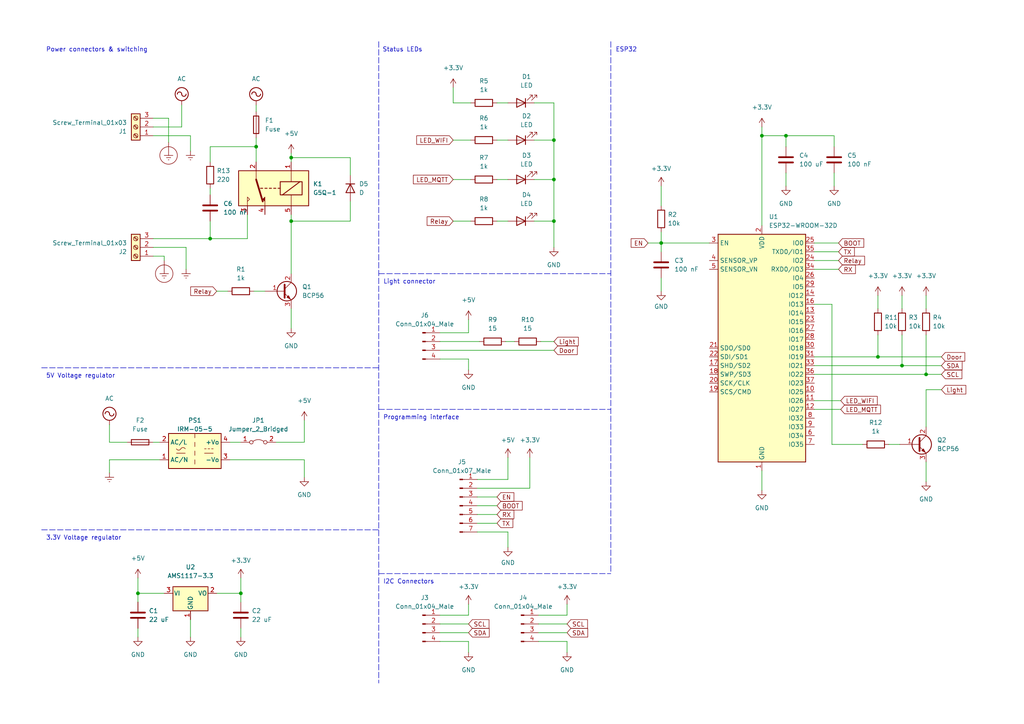
<source format=kicad_sch>
(kicad_sch (version 20211123) (generator eeschema)
  (paper "A4")
  (lib_symbols
    (symbol "Connector:Conn_01x04_Male" (pin_names (offset 1.016) hide)
      (property "Reference" "J" (at 0 5.08 0))
      (property "Value" "Conn_01x04_Male" (at 0 -7.62 0))
      (symbol "Conn_01x04_Male_1_1"
        (polyline (pts (xy 1.27 -5.08) (xy 0.8636 -5.08)) (stroke (width 0.1524)))
        (polyline (pts (xy 1.27 -2.54) (xy 0.8636 -2.54)) (stroke (width 0.1524)))
        (polyline (pts (xy 1.27 0) (xy 0.8636 0)) (stroke (width 0.1524)))
        (polyline (pts (xy 1.27 2.54) (xy 0.8636 2.54)) (stroke (width 0.1524)))
        (rectangle (start 0.8636 -4.953) (end 0 -5.207) (stroke (width 0.1524)) (fill (type outline)))
        (rectangle (start 0.8636 -2.413) (end 0 -2.667) (stroke (width 0.1524)) (fill (type outline)))
        (rectangle (start 0.8636 0.127) (end 0 -0.127) (stroke (width 0.1524)) (fill (type outline)))
        (rectangle (start 0.8636 2.667) (end 0 2.413) (stroke (width 0.1524)) (fill (type outline)))
        (pin passive line (at 5.08 2.54 180) (length 3.81) (name "Pin_1") (number "1"))
        (pin passive line (at 5.08 0 180) (length 3.81) (name "Pin_2") (number "2"))
        (pin passive line (at 5.08 -2.54 180) (length 3.81) (name "Pin_3") (number "3"))
        (pin passive line (at 5.08 -5.08 180) (length 3.81) (name "Pin_4") (number "4"))
      )
    )
    (symbol "Connector:Conn_01x07_Male" (pin_names (offset 1.016) hide)
      (property "Reference" "J" (at 0 10.16 0))
      (property "Value" "Conn_01x07_Male" (at 0 -10.16 0))
      (symbol "Conn_01x07_Male_1_1"
        (polyline (pts (xy 1.27 -7.62) (xy 0.8636 -7.62)) (stroke (width 0.1524)))
        (polyline (pts (xy 1.27 -5.08) (xy 0.8636 -5.08)) (stroke (width 0.1524)))
        (polyline (pts (xy 1.27 -2.54) (xy 0.8636 -2.54)) (stroke (width 0.1524)))
        (polyline (pts (xy 1.27 0) (xy 0.8636 0)) (stroke (width 0.1524)))
        (polyline (pts (xy 1.27 2.54) (xy 0.8636 2.54)) (stroke (width 0.1524)))
        (polyline (pts (xy 1.27 5.08) (xy 0.8636 5.08)) (stroke (width 0.1524)))
        (polyline (pts (xy 1.27 7.62) (xy 0.8636 7.62)) (stroke (width 0.1524)))
        (rectangle (start 0.8636 -7.493) (end 0 -7.747) (stroke (width 0.1524)) (fill (type outline)))
        (rectangle (start 0.8636 -4.953) (end 0 -5.207) (stroke (width 0.1524)) (fill (type outline)))
        (rectangle (start 0.8636 -2.413) (end 0 -2.667) (stroke (width 0.1524)) (fill (type outline)))
        (rectangle (start 0.8636 0.127) (end 0 -0.127) (stroke (width 0.1524)) (fill (type outline)))
        (rectangle (start 0.8636 2.667) (end 0 2.413) (stroke (width 0.1524)) (fill (type outline)))
        (rectangle (start 0.8636 5.207) (end 0 4.953) (stroke (width 0.1524)) (fill (type outline)))
        (rectangle (start 0.8636 7.747) (end 0 7.493) (stroke (width 0.1524)) (fill (type outline)))
        (pin passive line (at 5.08 7.62 180) (length 3.81) (name "Pin_1") (number "1"))
        (pin passive line (at 5.08 5.08 180) (length 3.81) (name "Pin_2") (number "2"))
        (pin passive line (at 5.08 2.54 180) (length 3.81) (name "Pin_3") (number "3"))
        (pin passive line (at 5.08 0 180) (length 3.81) (name "Pin_4") (number "4"))
        (pin passive line (at 5.08 -2.54 180) (length 3.81) (name "Pin_5") (number "5"))
        (pin passive line (at 5.08 -5.08 180) (length 3.81) (name "Pin_6") (number "6"))
        (pin passive line (at 5.08 -7.62 180) (length 3.81) (name "Pin_7") (number "7"))
      )
    )
    (symbol "Connector:Screw_Terminal_01x03" (pin_names (offset 1.016) hide)
      (property "Reference" "J" (at 0 5.08 0))
      (property "Value" "Screw_Terminal_01x03" (at 0 -5.08 0))
      (symbol "Screw_Terminal_01x03_1_1"
        (rectangle (start -1.27 3.81) (end 1.27 -3.81) (stroke (width 0.254)) (fill (type background)))
        (circle (center 0 -2.54) (radius 0.635) (stroke (width 0.1524)))
        (polyline (pts (xy -0.5334 -2.2098) (xy 0.3302 -3.048)) (stroke (width 0.1524)))
        (polyline (pts (xy -0.5334 0.3302) (xy 0.3302 -0.508)) (stroke (width 0.1524)))
        (polyline (pts (xy -0.5334 2.8702) (xy 0.3302 2.032)) (stroke (width 0.1524)))
        (polyline (pts (xy -0.3556 -2.032) (xy 0.508 -2.8702)) (stroke (width 0.1524)))
        (polyline (pts (xy -0.3556 0.508) (xy 0.508 -0.3302)) (stroke (width 0.1524)))
        (polyline (pts (xy -0.3556 3.048) (xy 0.508 2.2098)) (stroke (width 0.1524)))
        (circle (center 0 0) (radius 0.635) (stroke (width 0.1524)))
        (circle (center 0 2.54) (radius 0.635) (stroke (width 0.1524)))
        (pin passive line (at -5.08 2.54 0) (length 3.81) (name "Pin_1") (number "1"))
        (pin passive line (at -5.08 0 0) (length 3.81) (name "Pin_2") (number "2"))
        (pin passive line (at -5.08 -2.54 0) (length 3.81) (name "Pin_3") (number "3"))
      )
    )
    (symbol "Converter_ACDC:IRM-05-5"
      (property "Reference" "PS" (at 0 6.35 0))
      (property "Value" "IRM-05-5" (at 0 -6.35 0))
      (symbol "IRM-05-5_0_1"
        (rectangle (start -7.62 5.08) (end 7.62 -5.08) (stroke (width 0.254)) (fill (type background)))
        (arc (start -5.334 0.635) (mid -4.699 0.2495) (end -4.064 0.635))
        (arc (start -2.794 0.635) (mid -3.429 1.0072) (end -4.064 0.635))
        (polyline (pts (xy -5.334 -0.635) (xy -2.794 -0.635)))
        (polyline (pts (xy 0 -2.54) (xy 0 -3.81)))
        (polyline (pts (xy 0 0) (xy 0 -1.27)))
        (polyline (pts (xy 0 2.54) (xy 0 1.27)))
        (polyline (pts (xy 0 5.08) (xy 0 3.81)))
        (polyline (pts (xy 2.794 -0.635) (xy 5.334 -0.635)))
        (polyline (pts (xy 2.794 0.635) (xy 3.302 0.635)))
        (polyline (pts (xy 3.81 0.635) (xy 4.318 0.635)))
        (polyline (pts (xy 4.826 0.635) (xy 5.334 0.635)))
      )
      (symbol "IRM-05-5_1_1"
        (pin power_in line (at -10.16 -2.54 0) (length 2.54) (name "AC/N") (number "1"))
        (pin power_in line (at -10.16 2.54 0) (length 2.54) (name "AC/L") (number "2"))
        (pin power_out line (at 10.16 -2.54 180) (length 2.54) (name "-Vo") (number "3"))
        (pin power_out line (at 10.16 2.54 180) (length 2.54) (name "+Vo") (number "4"))
      )
    )
    (symbol "Device:C" (pin_numbers hide) (pin_names (offset 0.254))
      (property "Reference" "C" (at 0.635 2.54 0))
      (property "Value" "C" (at 0.635 -2.54 0))
      (symbol "C_0_1"
        (polyline (pts (xy -2.032 -0.762) (xy 2.032 -0.762)) (stroke (width 0.508)))
        (polyline (pts (xy -2.032 0.762) (xy 2.032 0.762)) (stroke (width 0.508)))
      )
      (symbol "C_1_1"
        (pin passive line (at 0 3.81 270) (length 2.794) (name "~") (number "1"))
        (pin passive line (at 0 -3.81 90) (length 2.794) (name "~") (number "2"))
      )
    )
    (symbol "Device:D" (pin_numbers hide) (pin_names (offset 1.016) hide)
      (property "Reference" "D" (at 0 2.54 0))
      (property "Value" "D" (at 0 -2.54 0))
      (symbol "D_0_1"
        (polyline (pts (xy -1.27 1.27) (xy -1.27 -1.27)) (stroke (width 0.254)))
        (polyline (pts (xy 1.27 0) (xy -1.27 0)))
        (polyline (pts (xy 1.27 1.27) (xy 1.27 -1.27) (xy -1.27 0) (xy 1.27 1.27)) (stroke (width 0.254)))
      )
      (symbol "D_1_1"
        (pin passive line (at -3.81 0 0) (length 2.54) (name "K") (number "1"))
        (pin passive line (at 3.81 0 180) (length 2.54) (name "A") (number "2"))
      )
    )
    (symbol "Device:Fuse" (pin_numbers hide) (pin_names (offset 0))
      (property "Reference" "F" (at 2.032 0 90))
      (property "Value" "Fuse" (at -1.905 0 90))
      (symbol "Fuse_0_1"
        (rectangle (start -0.762 -2.54) (end 0.762 2.54) (stroke (width 0.254)))
        (polyline (pts (xy 0 2.54) (xy 0 -2.54)))
      )
      (symbol "Fuse_1_1"
        (pin passive line (at 0 3.81 270) (length 1.27) (name "~") (number "1"))
        (pin passive line (at 0 -3.81 90) (length 1.27) (name "~") (number "2"))
      )
    )
    (symbol "Device:LED" (pin_numbers hide) (pin_names (offset 1.016) hide)
      (property "Reference" "D" (at 0 2.54 0))
      (property "Value" "LED" (at 0 -2.54 0))
      (symbol "LED_0_1"
        (polyline (pts (xy -1.27 -1.27) (xy -1.27 1.27)) (stroke (width 0.254)))
        (polyline (pts (xy -1.27 0) (xy 1.27 0)))
        (polyline (pts (xy 1.27 -1.27) (xy 1.27 1.27) (xy -1.27 0) (xy 1.27 -1.27)) (stroke (width 0.254)))
        (polyline (pts (xy -3.048 -0.762) (xy -4.572 -2.286) (xy -3.81 -2.286) (xy -4.572 -2.286) (xy -4.572 -1.524)))
        (polyline (pts (xy -1.778 -0.762) (xy -3.302 -2.286) (xy -2.54 -2.286) (xy -3.302 -2.286) (xy -3.302 -1.524)))
      )
      (symbol "LED_1_1"
        (pin passive line (at -3.81 0 0) (length 2.54) (name "K") (number "1"))
        (pin passive line (at 3.81 0 180) (length 2.54) (name "A") (number "2"))
      )
    )
    (symbol "Device:R" (pin_numbers hide) (pin_names (offset 0))
      (property "Reference" "R" (at 2.032 0 90))
      (property "Value" "R" (at 0 0 90))
      (symbol "R_0_1"
        (rectangle (start -1.016 -2.54) (end 1.016 2.54) (stroke (width 0.254)))
      )
      (symbol "R_1_1"
        (pin passive line (at 0 3.81 270) (length 1.27) (name "~") (number "1"))
        (pin passive line (at 0 -3.81 90) (length 1.27) (name "~") (number "2"))
      )
    )
    (symbol "Jumper:Jumper_2_Bridged" (pin_names (offset 0) hide)
      (property "Reference" "JP" (at 0 1.905 0))
      (property "Value" "Jumper_2_Bridged" (at 0 -2.54 0))
      (symbol "Jumper_2_Bridged_0_0"
        (circle (center -2.032 0) (radius 0.508))
        (circle (center 2.032 0) (radius 0.508))
      )
      (symbol "Jumper_2_Bridged_0_1"
        (arc (start 1.524 0.254) (mid 0 0.762) (end -1.524 0.254))
      )
      (symbol "Jumper_2_Bridged_1_1"
        (pin passive line (at -5.08 0 0) (length 2.54) (name "A") (number "1"))
        (pin passive line (at 5.08 0 180) (length 2.54) (name "B") (number "2"))
      )
    )
    (symbol "RF_Module:ESP32-WROOM-32D"
      (property "Reference" "U" (at -12.7 34.29 0))
      (property "Value" "ESP32-WROOM-32D" (at 1.27 34.29 0))
      (symbol "ESP32-WROOM-32D_0_1"
        (rectangle (start -12.7 33.02) (end 12.7 -33.02) (stroke (width 0.254)) (fill (type background)))
      )
      (symbol "ESP32-WROOM-32D_1_1"
        (pin power_in line (at 0 -35.56 90) (length 2.54) (name "GND") (number "1"))
        (pin bidirectional line (at 15.24 -12.7 180) (length 2.54) (name "IO25") (number "10"))
        (pin bidirectional line (at 15.24 -15.24 180) (length 2.54) (name "IO26") (number "11"))
        (pin bidirectional line (at 15.24 -17.78 180) (length 2.54) (name "IO27") (number "12"))
        (pin bidirectional line (at 15.24 10.16 180) (length 2.54) (name "IO14") (number "13"))
        (pin bidirectional line (at 15.24 15.24 180) (length 2.54) (name "IO12") (number "14"))
        (pin passive line (at 0 -35.56 90) (length 2.54) hide (name "GND") (number "15"))
        (pin bidirectional line (at 15.24 12.7 180) (length 2.54) (name "IO13") (number "16"))
        (pin bidirectional line (at -15.24 -5.08 0) (length 2.54) (name "SHD/SD2") (number "17"))
        (pin bidirectional line (at -15.24 -7.62 0) (length 2.54) (name "SWP/SD3") (number "18"))
        (pin bidirectional line (at -15.24 -12.7 0) (length 2.54) (name "SCS/CMD") (number "19"))
        (pin power_in line (at 0 35.56 270) (length 2.54) (name "VDD") (number "2"))
        (pin bidirectional line (at -15.24 -10.16 0) (length 2.54) (name "SCK/CLK") (number "20"))
        (pin bidirectional line (at -15.24 0 0) (length 2.54) (name "SDO/SD0") (number "21"))
        (pin bidirectional line (at -15.24 -2.54 0) (length 2.54) (name "SDI/SD1") (number "22"))
        (pin bidirectional line (at 15.24 7.62 180) (length 2.54) (name "IO15") (number "23"))
        (pin bidirectional line (at 15.24 25.4 180) (length 2.54) (name "IO2") (number "24"))
        (pin bidirectional line (at 15.24 30.48 180) (length 2.54) (name "IO0") (number "25"))
        (pin bidirectional line (at 15.24 20.32 180) (length 2.54) (name "IO4") (number "26"))
        (pin bidirectional line (at 15.24 5.08 180) (length 2.54) (name "IO16") (number "27"))
        (pin bidirectional line (at 15.24 2.54 180) (length 2.54) (name "IO17") (number "28"))
        (pin bidirectional line (at 15.24 17.78 180) (length 2.54) (name "IO5") (number "29"))
        (pin input line (at -15.24 30.48 0) (length 2.54) (name "EN") (number "3"))
        (pin bidirectional line (at 15.24 0 180) (length 2.54) (name "IO18") (number "30"))
        (pin bidirectional line (at 15.24 -2.54 180) (length 2.54) (name "IO19") (number "31"))
        (pin no_connect line (at -12.7 -27.94 0) (length 2.54) hide (name "NC") (number "32"))
        (pin bidirectional line (at 15.24 -5.08 180) (length 2.54) (name "IO21") (number "33"))
        (pin bidirectional line (at 15.24 22.86 180) (length 2.54) (name "RXD0/IO3") (number "34"))
        (pin bidirectional line (at 15.24 27.94 180) (length 2.54) (name "TXD0/IO1") (number "35"))
        (pin bidirectional line (at 15.24 -7.62 180) (length 2.54) (name "IO22") (number "36"))
        (pin bidirectional line (at 15.24 -10.16 180) (length 2.54) (name "IO23") (number "37"))
        (pin passive line (at 0 -35.56 90) (length 2.54) hide (name "GND") (number "38"))
        (pin passive line (at 0 -35.56 90) (length 2.54) hide (name "GND") (number "39"))
        (pin input line (at -15.24 25.4 0) (length 2.54) (name "SENSOR_VP") (number "4"))
        (pin input line (at -15.24 22.86 0) (length 2.54) (name "SENSOR_VN") (number "5"))
        (pin input line (at 15.24 -25.4 180) (length 2.54) (name "IO34") (number "6"))
        (pin input line (at 15.24 -27.94 180) (length 2.54) (name "IO35") (number "7"))
        (pin bidirectional line (at 15.24 -20.32 180) (length 2.54) (name "IO32") (number "8"))
        (pin bidirectional line (at 15.24 -22.86 180) (length 2.54) (name "IO33") (number "9"))
      )
    )
    (symbol "Regulator_Linear:AMS1117-3.3" (pin_names (offset 0.254))
      (property "Reference" "U" (at -3.81 3.175 0))
      (property "Value" "AMS1117-3.3" (at 0 3.175 0))
      (symbol "AMS1117-3.3_0_1"
        (rectangle (start -5.08 -5.08) (end 5.08 1.905) (stroke (width 0.254)) (fill (type background)))
      )
      (symbol "AMS1117-3.3_1_1"
        (pin power_in line (at 0 -7.62 90) (length 2.54) (name "GND") (number "1"))
        (pin power_out line (at 7.62 0 180) (length 2.54) (name "VO") (number "2"))
        (pin power_in line (at -7.62 0 0) (length 2.54) (name "VI") (number "3"))
      )
    )
    (symbol "Relay:G5Q-1"
      (property "Reference" "K" (at 11.43 3.81 0))
      (property "Value" "G5Q-1" (at 11.43 1.27 0))
      (symbol "G5Q-1_0_0"
        (polyline (pts (xy 7.62 5.08) (xy 7.62 2.54) (xy 6.985 3.175) (xy 7.62 3.81)))
      )
      (symbol "G5Q-1_0_1"
        (rectangle (start -10.16 5.08) (end 10.16 -5.08) (stroke (width 0.254)) (fill (type background)))
        (rectangle (start -8.255 1.905) (end -1.905 -1.905) (stroke (width 0.254)))
        (polyline (pts (xy -7.62 -1.905) (xy -2.54 1.905)) (stroke (width 0.254)))
        (polyline (pts (xy -5.08 -5.08) (xy -5.08 -1.905)))
        (polyline (pts (xy -5.08 5.08) (xy -5.08 1.905)))
        (polyline (pts (xy -1.905 0) (xy -1.27 0)) (stroke (width 0.254)))
        (polyline (pts (xy -0.635 0) (xy 0 0)) (stroke (width 0.254)))
        (polyline (pts (xy 0.635 0) (xy 1.27 0)) (stroke (width 0.254)))
        (polyline (pts (xy 1.905 0) (xy 2.54 0)) (stroke (width 0.254)))
        (polyline (pts (xy 3.175 0) (xy 3.81 0)) (stroke (width 0.254)))
        (polyline (pts (xy 5.08 -2.54) (xy 3.175 3.81)) (stroke (width 0.508)))
        (polyline (pts (xy 5.08 -2.54) (xy 5.08 -5.08)))
        (polyline (pts (xy 2.54 5.08) (xy 2.54 2.54) (xy 3.175 3.175) (xy 2.54 3.81)) (fill (type outline)))
      )
      (symbol "G5Q-1_1_1"
        (pin passive line (at -5.08 -7.62 90) (length 2.54) (name "~") (number "1"))
        (pin passive line (at 5.08 -7.62 90) (length 2.54) (name "~") (number "2"))
        (pin passive line (at 7.62 7.62 270) (length 2.54) (name "~") (number "3"))
        (pin passive line (at 2.54 7.62 270) (length 2.54) (name "~") (number "4"))
        (pin passive line (at -5.08 7.62 270) (length 2.54) (name "~") (number "5"))
      )
    )
    (symbol "Transistor_BJT:BCP56" (pin_names (offset 0) hide)
      (property "Reference" "Q" (at 5.08 1.905 0))
      (property "Value" "BCP56" (at 5.08 0 0))
      (symbol "BCP56_0_1"
        (polyline (pts (xy 0.635 0.635) (xy 2.54 2.54)))
        (polyline (pts (xy 0.635 -0.635) (xy 2.54 -2.54) (xy 2.54 -2.54)))
        (polyline (pts (xy 0.635 1.905) (xy 0.635 -1.905) (xy 0.635 -1.905)) (stroke (width 0.508)))
        (polyline (pts (xy 1.27 -1.778) (xy 1.778 -1.27) (xy 2.286 -2.286) (xy 1.27 -1.778) (xy 1.27 -1.778)) (fill (type outline)))
        (circle (center 1.27 0) (radius 2.8194) (stroke (width 0.254)))
      )
      (symbol "BCP56_1_1"
        (pin input line (at -5.08 0 0) (length 5.715) (name "B") (number "1"))
        (pin passive line (at 2.54 5.08 270) (length 2.54) (name "C") (number "2"))
        (pin passive line (at 2.54 -5.08 90) (length 2.54) (name "E") (number "3"))
        (pin passive line (at 2.54 5.08 270) (length 2.54) hide (name "C") (number "4"))
      )
    )
    (symbol "power:+3.3V" (power) (pin_names (offset 0))
      (property "Value" "+3.3V" (at 0 3.556 0))
      (symbol "+3.3V_0_1"
        (polyline (pts (xy -0.762 1.27) (xy 0 2.54)))
        (polyline (pts (xy 0 0) (xy 0 2.54)))
        (polyline (pts (xy 0 2.54) (xy 0.762 1.27)))
      )
      (symbol "+3.3V_1_1"
        (pin power_in line (at 0 0 90) (length 0) hide (name "+3.3V") (number "1"))
      )
    )
    (symbol "power:+5V" (power) (pin_names (offset 0))
      (property "Value" "+5V" (at 0 3.556 0))
      (symbol "+5V_0_1"
        (polyline (pts (xy -0.762 1.27) (xy 0 2.54)))
        (polyline (pts (xy 0 0) (xy 0 2.54)))
        (polyline (pts (xy 0 2.54) (xy 0.762 1.27)))
      )
      (symbol "+5V_1_1"
        (pin power_in line (at 0 0 90) (length 0) hide (name "+5V") (number "1"))
      )
    )
    (symbol "power:AC" (power) (pin_names (offset 0))
      (property "Value" "AC" (at 0 6.35 0))
      (symbol "AC_0_1"
        (polyline (pts (xy 0 0) (xy 0 1.27)))
        (arc (start 0 3.175) (mid -0.635 3.81) (end -1.27 3.175) (stroke (width 0.254)))
        (arc (start 0 3.175) (mid 0.635 2.54) (end 1.27 3.175) (stroke (width 0.254)))
        (circle (center 0 3.175) (radius 1.905) (stroke (width 0.254)))
      )
      (symbol "AC_1_1"
        (pin power_in line (at 0 0 90) (length 0) hide (name "AC") (number "1"))
      )
    )
    (symbol "power:Earth" (power) (pin_names (offset 0))
      (symbol "Earth_0_1"
        (polyline (pts (xy -0.635 -1.905) (xy 0.635 -1.905)))
        (polyline (pts (xy -0.127 -2.54) (xy 0.127 -2.54)))
        (polyline (pts (xy 0 -1.27) (xy 0 0)))
        (polyline (pts (xy 1.27 -1.27) (xy -1.27 -1.27)))
      )
      (symbol "Earth_1_1"
        (pin power_in line (at 0 0 270) (length 0) hide (name "Earth") (number "1"))
      )
    )
    (symbol "power:Earth_Protective" (power) (pin_names (offset 0))
      (symbol "Earth_Protective_0_1"
        (circle (center 0 -3.81) (radius 2.54))
        (polyline (pts (xy -0.635 -4.445) (xy 0.635 -4.445)))
        (polyline (pts (xy -0.127 -5.08) (xy 0.127 -5.08)))
        (polyline (pts (xy 0 -3.81) (xy 0 0)))
        (polyline (pts (xy 1.27 -3.81) (xy -1.27 -3.81)))
      )
      (symbol "Earth_Protective_1_1"
        (pin power_in line (at 0 0 270) (length 0) hide (name "Earth_Protective") (number "1"))
      )
    )
    (symbol "power:GND" (power) (pin_names (offset 0))
      (property "Value" "GND" (at 0 -3.81 0))
      (symbol "GND_0_1"
        (polyline (pts (xy 0 0) (xy 0 -1.27) (xy 1.27 -1.27) (xy 0 -2.54) (xy -1.27 -1.27) (xy 0 -1.27)))
      )
      (symbol "GND_1_1"
        (pin power_in line (at 0 0 270) (length 0) hide (name "GND") (number "1"))
      )
    )
  )
  (junction (at 40.005 172.085))
  (junction (at 69.85 172.085))
  (junction (at 254.635 103.505))
  (junction (at 74.295 42.545))
  (junction (at 160.655 52.07))
  (junction (at 220.98 39.37))
  (junction (at 84.455 64.135))
  (junction (at 227.965 39.37))
  (junction (at 160.655 40.64))
  (junction (at 84.455 45.72))
  (junction (at 268.605 108.585))
  (junction (at 191.77 70.485))
  (junction (at 60.96 69.215))
  (junction (at 160.655 64.135))
  (junction (at 261.62 106.045))
  (wire (pts (xy 60.96 42.545) (xy 74.295 42.545)))
  (wire (pts (xy 60.96 69.215) (xy 71.755 69.215)))
  (wire (pts (xy 66.675 133.35) (xy 88.265 133.35)))
  (polyline (pts (xy 109.855 79.375) (xy 177.165 79.375)))
  (wire (pts (xy 160.655 52.07) (xy 160.655 64.135)))
  (wire (pts (xy 127.635 104.14) (xy 135.89 104.14)))
  (wire (pts (xy 101.6 45.72) (xy 84.455 45.72)))
  (wire (pts (xy 191.77 80.645) (xy 191.77 84.455)))
  (wire (pts (xy 268.605 97.155) (xy 268.605 108.585)))
  (wire (pts (xy 227.965 50.165) (xy 227.965 53.975)))
  (wire (pts (xy 40.005 167.64) (xy 40.005 172.085)))
  (wire (pts (xy 135.89 175.26) (xy 135.89 178.435)))
  (wire (pts (xy 127.635 183.515) (xy 135.89 183.515)))
  (polyline (pts (xy 109.855 12.065) (xy 109.855 198.12)))
  (wire (pts (xy 84.455 45.72) (xy 84.455 46.99)))
  (wire (pts (xy 268.605 113.03) (xy 273.05 113.03)))
  (wire (pts (xy 127.635 180.975) (xy 135.89 180.975)))
  (wire (pts (xy 160.655 99.06) (xy 156.845 99.06)))
  (wire (pts (xy 160.655 29.845) (xy 160.655 40.64)))
  (wire (pts (xy 268.605 108.585) (xy 273.05 108.585)))
  (wire (pts (xy 47.625 74.295) (xy 47.625 75.565)))
  (wire (pts (xy 84.455 62.23) (xy 84.455 64.135)))
  (polyline (pts (xy 177.165 12.065) (xy 177.165 106.68)))
  (wire (pts (xy 236.22 73.025) (xy 243.205 73.025)))
  (wire (pts (xy 164.465 175.26) (xy 164.465 178.435)))
  (wire (pts (xy 164.465 186.055) (xy 164.465 189.23)))
  (wire (pts (xy 44.45 69.215) (xy 60.96 69.215)))
  (wire (pts (xy 236.22 70.485) (xy 243.205 70.485)))
  (wire (pts (xy 187.96 70.485) (xy 191.77 70.485)))
  (wire (pts (xy 241.3 128.905) (xy 250.19 128.905)))
  (wire (pts (xy 53.975 71.755) (xy 53.975 78.105)))
  (wire (pts (xy 101.6 58.42) (xy 101.6 64.135)))
  (wire (pts (xy 154.94 64.135) (xy 160.655 64.135)))
  (wire (pts (xy 236.22 116.205) (xy 243.84 116.205)))
  (wire (pts (xy 69.85 167.64) (xy 69.85 172.085)))
  (wire (pts (xy 52.705 36.83) (xy 52.705 30.48)))
  (polyline (pts (xy 109.855 118.745) (xy 177.165 118.745)))
  (wire (pts (xy 40.005 172.085) (xy 40.005 174.625)))
  (wire (pts (xy 160.655 64.135) (xy 160.655 71.755)))
  (wire (pts (xy 84.455 64.135) (xy 84.455 79.375)))
  (wire (pts (xy 44.45 128.27) (xy 46.355 128.27)))
  (wire (pts (xy 55.245 39.37) (xy 55.245 43.815)))
  (wire (pts (xy 220.98 136.525) (xy 220.98 142.24)))
  (wire (pts (xy 62.865 84.455) (xy 66.04 84.455)))
  (wire (pts (xy 160.655 40.64) (xy 160.655 52.07)))
  (wire (pts (xy 144.145 52.07) (xy 147.32 52.07)))
  (wire (pts (xy 46.355 133.35) (xy 31.75 133.35)))
  (wire (pts (xy 71.755 69.215) (xy 71.755 62.23)))
  (wire (pts (xy 44.45 34.29) (xy 48.895 34.29)))
  (wire (pts (xy 131.445 52.07) (xy 136.525 52.07)))
  (wire (pts (xy 127.635 178.435) (xy 135.89 178.435)))
  (wire (pts (xy 241.3 88.265) (xy 241.3 128.905)))
  (wire (pts (xy 268.605 85.725) (xy 268.605 89.535)))
  (polyline (pts (xy 177.165 165.735) (xy 177.165 106.68)))
  (wire (pts (xy 236.22 118.745) (xy 243.84 118.745)))
  (polyline (pts (xy 12.065 106.68) (xy 109.855 106.68)))
  (wire (pts (xy 44.45 71.755) (xy 53.975 71.755)))
  (wire (pts (xy 149.225 99.06) (xy 146.685 99.06)))
  (wire (pts (xy 31.75 128.27) (xy 36.83 128.27)))
  (wire (pts (xy 261.62 85.725) (xy 261.62 89.535)))
  (wire (pts (xy 127.635 186.055) (xy 135.89 186.055)))
  (wire (pts (xy 254.635 85.725) (xy 254.635 89.535)))
  (wire (pts (xy 138.43 149.225) (xy 144.145 149.225)))
  (wire (pts (xy 241.935 50.165) (xy 241.935 53.975)))
  (wire (pts (xy 254.635 103.505) (xy 273.05 103.505)))
  (wire (pts (xy 144.145 29.845) (xy 147.32 29.845)))
  (wire (pts (xy 101.6 64.135) (xy 84.455 64.135)))
  (wire (pts (xy 31.75 133.35) (xy 31.75 137.16)))
  (wire (pts (xy 220.98 39.37) (xy 220.98 65.405)))
  (wire (pts (xy 191.77 53.975) (xy 191.77 59.69)))
  (wire (pts (xy 236.22 75.565) (xy 243.205 75.565)))
  (wire (pts (xy 236.22 108.585) (xy 268.605 108.585)))
  (wire (pts (xy 138.43 141.605) (xy 153.67 141.605)))
  (wire (pts (xy 220.98 36.83) (xy 220.98 39.37)))
  (wire (pts (xy 73.66 84.455) (xy 76.835 84.455)))
  (wire (pts (xy 60.96 64.135) (xy 60.96 69.215)))
  (wire (pts (xy 268.605 133.985) (xy 268.605 139.7)))
  (wire (pts (xy 44.45 39.37) (xy 55.245 39.37)))
  (wire (pts (xy 131.445 64.135) (xy 136.525 64.135)))
  (wire (pts (xy 55.245 179.705) (xy 55.245 184.785)))
  (wire (pts (xy 257.81 128.905) (xy 260.985 128.905)))
  (wire (pts (xy 220.98 39.37) (xy 227.965 39.37)))
  (wire (pts (xy 241.935 42.545) (xy 241.935 39.37)))
  (wire (pts (xy 191.77 67.31) (xy 191.77 70.485)))
  (wire (pts (xy 66.675 128.27) (xy 69.85 128.27)))
  (wire (pts (xy 261.62 106.045) (xy 273.05 106.045)))
  (wire (pts (xy 156.21 183.515) (xy 164.465 183.515)))
  (wire (pts (xy 147.32 154.305) (xy 147.32 158.75)))
  (wire (pts (xy 135.89 104.14) (xy 135.89 107.315)))
  (wire (pts (xy 84.455 44.45) (xy 84.455 45.72)))
  (wire (pts (xy 241.935 39.37) (xy 227.965 39.37)))
  (polyline (pts (xy 109.855 166.37) (xy 177.165 166.37)))
  (wire (pts (xy 138.43 144.145) (xy 144.145 144.145)))
  (wire (pts (xy 236.22 78.105) (xy 243.205 78.105)))
  (wire (pts (xy 138.43 139.065) (xy 147.32 139.065)))
  (wire (pts (xy 138.43 154.305) (xy 147.32 154.305)))
  (wire (pts (xy 74.295 30.48) (xy 74.295 32.385)))
  (wire (pts (xy 40.005 172.085) (xy 47.625 172.085)))
  (wire (pts (xy 268.605 113.03) (xy 268.605 123.825)))
  (wire (pts (xy 144.145 40.64) (xy 147.32 40.64)))
  (wire (pts (xy 40.005 182.245) (xy 40.005 184.785)))
  (wire (pts (xy 147.32 139.065) (xy 147.32 132.715)))
  (wire (pts (xy 44.45 36.83) (xy 52.705 36.83)))
  (wire (pts (xy 88.265 133.35) (xy 88.265 138.43)))
  (wire (pts (xy 236.22 106.045) (xy 261.62 106.045)))
  (wire (pts (xy 74.295 42.545) (xy 74.295 46.99)))
  (wire (pts (xy 88.265 128.27) (xy 88.265 121.92)))
  (wire (pts (xy 69.85 182.245) (xy 69.85 184.785)))
  (wire (pts (xy 138.43 151.765) (xy 144.145 151.765)))
  (wire (pts (xy 101.6 50.8) (xy 101.6 45.72)))
  (wire (pts (xy 153.67 141.605) (xy 153.67 132.715)))
  (wire (pts (xy 131.445 40.64) (xy 136.525 40.64)))
  (wire (pts (xy 60.96 54.61) (xy 60.96 56.515)))
  (wire (pts (xy 254.635 97.155) (xy 254.635 103.505)))
  (wire (pts (xy 60.96 46.99) (xy 60.96 42.545)))
  (wire (pts (xy 154.94 40.64) (xy 160.655 40.64)))
  (wire (pts (xy 139.065 99.06) (xy 127.635 99.06)))
  (wire (pts (xy 191.77 70.485) (xy 205.74 70.485)))
  (wire (pts (xy 127.635 96.52) (xy 135.89 96.52)))
  (wire (pts (xy 144.145 64.135) (xy 147.32 64.135)))
  (wire (pts (xy 236.22 88.265) (xy 241.3 88.265)))
  (wire (pts (xy 44.45 74.295) (xy 47.625 74.295)))
  (wire (pts (xy 80.01 128.27) (xy 88.265 128.27)))
  (wire (pts (xy 191.77 70.485) (xy 191.77 73.025)))
  (wire (pts (xy 69.85 172.085) (xy 69.85 174.625)))
  (wire (pts (xy 227.965 39.37) (xy 227.965 42.545)))
  (wire (pts (xy 138.43 146.685) (xy 144.145 146.685)))
  (wire (pts (xy 154.94 52.07) (xy 160.655 52.07)))
  (wire (pts (xy 261.62 97.155) (xy 261.62 106.045)))
  (wire (pts (xy 156.21 178.435) (xy 164.465 178.435)))
  (wire (pts (xy 74.295 40.005) (xy 74.295 42.545)))
  (wire (pts (xy 62.865 172.085) (xy 69.85 172.085)))
  (wire (pts (xy 156.21 186.055) (xy 164.465 186.055)))
  (wire (pts (xy 136.525 29.845) (xy 131.445 29.845)))
  (wire (pts (xy 131.445 29.845) (xy 131.445 25.4)))
  (wire (pts (xy 31.75 123.19) (xy 31.75 128.27)))
  (wire (pts (xy 48.895 34.29) (xy 48.895 41.275)))
  (wire (pts (xy 135.89 96.52) (xy 135.89 92.71)))
  (wire (pts (xy 160.655 101.6) (xy 127.635 101.6)))
  (wire (pts (xy 84.455 89.535) (xy 84.455 95.25)))
  (wire (pts (xy 236.22 103.505) (xy 254.635 103.505)))
  (wire (pts (xy 135.89 186.055) (xy 135.89 189.23)))
  (polyline (pts (xy 12.065 153.67) (xy 109.855 153.67)))
  (wire (pts (xy 154.94 29.845) (xy 160.655 29.845)))
  (wire (pts (xy 156.21 180.975) (xy 164.465 180.975)))
  (text "5V Voltage regulator" (at 13.335 109.855 0) (effects (font (size 1.27 1.27)) (justify left bottom)))
  (text "Light connector" (at 126.365 82.55 180) (effects (font (size 1.27 1.27)) (justify right bottom)))
  (text "Power connectors & switching" (at 13.335 15.24 0) (effects (font (size 1.27 1.27)) (justify left bottom)))
  (text "I2C Connectors" (at 111.125 169.545 0) (effects (font (size 1.27 1.27)) (justify left bottom)))
  (text "ESP32" (at 184.785 15.24 180) (effects (font (size 1.27 1.27)) (justify right bottom)))
  (text "Status LEDs" (at 122.555 15.24 180) (effects (font (size 1.27 1.27)) (justify right bottom)))
  (text "Programming interface" (at 111.125 121.92 0) (effects (font (size 1.27 1.27)) (justify left bottom)))
  (text "3.3V Voltage regulator" (at 13.335 156.845 0) (effects (font (size 1.27 1.27)) (justify left bottom)))
  (global_label "SDA" (shape input) (at 273.05 106.045 0) (property "Intersheet References" "${INTERSHEET_REFS}" (effects hide)))
  (global_label "SCL" (shape input) (at 164.465 180.975 0) (property "Intersheet References" "${INTERSHEET_REFS}" (effects hide)))
  (global_label "TX" (shape input) (at 243.205 73.025 0) (property "Intersheet References" "${INTERSHEET_REFS}" (effects hide)))
  (global_label "SDA" (shape input) (at 135.89 183.515 0) (property "Intersheet References" "${INTERSHEET_REFS}" (effects hide)))
  (global_label "SCL" (shape input) (at 135.89 180.975 0) (property "Intersheet References" "${INTERSHEET_REFS}" (effects hide)))
  (global_label "BOOT" (shape input) (at 144.145 146.685 0) (property "Intersheet References" "${INTERSHEET_REFS}" (effects hide)))
  (global_label "Relay" (shape input) (at 131.445 64.135 180) (property "Intersheet References" "${INTERSHEET_REFS}" (effects hide)))
  (global_label "RX" (shape input) (at 144.145 149.225 0) (property "Intersheet References" "${INTERSHEET_REFS}" (effects hide)))
  (global_label "Relay" (shape input) (at 243.205 75.565 0) (property "Intersheet References" "${INTERSHEET_REFS}" (effects hide)))
  (global_label "Door" (shape input) (at 273.05 103.505 0) (property "Intersheet References" "${INTERSHEET_REFS}" (effects hide)))
  (global_label "SCL" (shape input) (at 273.05 108.585 0) (property "Intersheet References" "${INTERSHEET_REFS}" (effects hide)))
  (global_label "SDA" (shape input) (at 164.465 183.515 0) (property "Intersheet References" "${INTERSHEET_REFS}" (effects hide)))
  (global_label "Door" (shape input) (at 160.655 101.6 0) (property "Intersheet References" "${INTERSHEET_REFS}" (effects hide)))
  (global_label "LED_WIFI" (shape input) (at 243.84 116.205 0) (property "Intersheet References" "${INTERSHEET_REFS}" (effects hide)))
  (global_label "EN" (shape input) (at 144.145 144.145 0) (property "Intersheet References" "${INTERSHEET_REFS}" (effects hide)))
  (global_label "EN" (shape input) (at 187.96 70.485 180) (property "Intersheet References" "${INTERSHEET_REFS}" (effects hide)))
  (global_label "Light" (shape input) (at 160.655 99.06 0) (property "Intersheet References" "${INTERSHEET_REFS}" (effects hide)))
  (global_label "LED_MQTT" (shape input) (at 131.445 52.07 180) (property "Intersheet References" "${INTERSHEET_REFS}" (effects hide)))
  (global_label "BOOT" (shape input) (at 243.205 70.485 0) (property "Intersheet References" "${INTERSHEET_REFS}" (effects hide)))
  (global_label "LED_MQTT" (shape input) (at 243.84 118.745 0) (property "Intersheet References" "${INTERSHEET_REFS}" (effects hide)))
  (global_label "RX" (shape input) (at 243.205 78.105 0) (property "Intersheet References" "${INTERSHEET_REFS}" (effects hide)))
  (global_label "Light" (shape input) (at 273.05 113.03 0) (property "Intersheet References" "${INTERSHEET_REFS}" (effects hide)))
  (global_label "TX" (shape input) (at 144.145 151.765 0) (property "Intersheet References" "${INTERSHEET_REFS}" (effects hide)))
  (global_label "Relay" (shape input) (at 62.865 84.455 180) (property "Intersheet References" "${INTERSHEET_REFS}" (effects hide)))
  (global_label "LED_WIFI" (shape input) (at 131.445 40.64 180) (property "Intersheet References" "${INTERSHEET_REFS}" (effects hide)))
  (symbol (lib_id "Regulator_Linear:AMS1117-3.3") (at 55.245 172.085 0) (unit 1)
    (property "Reference" "U2" (at 55.245 164.465 0))
    (property "Value" "AMS1117-3.3" (at 55.245 167.005 0))
    (property "Footprint" "Package_TO_SOT_SMD:SOT-223-3_TabPin2" (effects hide))
    (property "Datasheet" "http://www.advanced-monolithic.com/pdf/ds1117.pdf" (effects hide))
  )
  (symbol (lib_id "Device:D") (at 101.6 54.61 270) (unit 1)
    (property "Reference" "D5" (at 104.14 53.3399 90) (effects (justify left)))
    (property "Value" "D" (at 104.14 55.8799 90) (effects (justify left)))
    (property "Footprint" "Diode_SMD:D_0805_2012Metric_Pad1.15x1.40mm_HandSolder" (effects hide))
  )
  (symbol (lib_id "Device:C") (at 40.005 178.435 0) (unit 1)
    (property "Reference" "C1" (at 43.18 177.1649 0) (effects (justify left)))
    (property "Value" "22 uF" (at 43.18 179.7049 0) (effects (justify left)))
    (property "Footprint" "Capacitor_SMD:C_0805_2012Metric_Pad1.18x1.45mm_HandSolder" (effects hide))
  )
  (symbol (lib_id "Transistor_BJT:BCP56") (at 81.915 84.455 0) (unit 1)
    (property "Reference" "Q1" (at 87.63 83.1849 0) (effects (justify left)))
    (property "Value" "BCP56" (at 87.63 85.7249 0) (effects (justify left)))
    (property "Footprint" "Package_TO_SOT_SMD:SOT-223-3_TabPin2" (effects hide))
    (property "Datasheet" "http://cache.nxp.com/documents/data_sheet/BCP56_BCX56_BC56PA.pdf?pspll=1" (effects hide))
  )
  (symbol (lib_id "Device:R") (at 140.335 40.64 90) (unit 1)
    (property "Reference" "R6" (at 140.335 34.29 90))
    (property "Value" "1k" (at 140.335 36.83 90))
    (property "Footprint" "Resistor_SMD:R_0805_2012Metric_Pad1.20x1.40mm_HandSolder" (effects hide))
  )
  (symbol (lib_id "Device:C") (at 60.96 60.325 0) (unit 1)
    (property "Reference" "C6" (at 64.77 59.0549 0) (effects (justify left)))
    (property "Value" "100 nF" (at 64.77 61.5949 0) (effects (justify left)))
    (property "Footprint" "Capacitor_THT:C_Rect_L18.0mm_W6.0mm_P15.00mm_FKS3_FKP3" (effects hide))
  )
  (symbol (lib_id "power:+3.3V") (at 131.445 25.4 0) (unit 1)
    (property "Reference" "#PWR0133" (effects hide))
    (property "Value" "+3.3V" (at 131.445 19.685 0))
  )
  (symbol (lib_id "power:+5V") (at 84.455 44.45 0) (unit 1)
    (property "Reference" "#PWR0116" (effects hide))
    (property "Value" "+5V" (at 84.455 38.735 0))
  )
  (symbol (lib_id "power:GND") (at 88.265 138.43 0) (unit 1)
    (property "Reference" "#PWR0106" (effects hide))
    (property "Value" "GND" (at 88.265 143.51 0))
  )
  (symbol (lib_id "Connector:Conn_01x04_Male") (at 151.13 180.975 0) (unit 1)
    (property "Reference" "J4" (at 151.765 173.355 0))
    (property "Value" "Conn_01x04_Male" (at 151.765 175.895 0))
    (property "Footprint" "Connector_PinHeader_2.54mm:PinHeader_1x04_P2.54mm_Vertical" (effects hide))
  )
  (symbol (lib_id "Connector:Conn_01x07_Male") (at 133.35 146.685 0) (unit 1)
    (property "Reference" "J5" (at 133.985 133.985 0))
    (property "Value" "Conn_01x07_Male" (at 133.985 136.525 0))
    (property "Footprint" "Connector_PinHeader_2.54mm:PinHeader_1x07_P2.54mm_Vertical" (effects hide))
  )
  (symbol (lib_id "power:+3.3V") (at 135.89 175.26 0) (unit 1)
    (property "Reference" "#PWR0126" (effects hide))
    (property "Value" "+3.3V" (at 135.89 170.18 0))
  )
  (symbol (lib_id "Transistor_BJT:BCP56") (at 266.065 128.905 0) (unit 1)
    (property "Reference" "Q2" (at 271.78 127.6349 0) (effects (justify left)))
    (property "Value" "BCP56" (at 271.78 130.1749 0) (effects (justify left)))
    (property "Footprint" "Package_TO_SOT_SMD:SOT-223-3_TabPin2" (effects hide))
    (property "Datasheet" "http://cache.nxp.com/documents/data_sheet/BCP56_BCX56_BC56PA.pdf?pspll=1" (effects hide))
  )
  (symbol (lib_id "power:AC") (at 52.705 30.48 0) (unit 1)
    (property "Reference" "#PWR0101" (effects hide))
    (property "Value" "AC" (at 52.705 22.86 0))
  )
  (symbol (lib_id "power:GND") (at 191.77 84.455 0) (unit 1)
    (property "Reference" "#PWR0122" (effects hide))
    (property "Value" "GND" (at 191.77 88.9 0))
  )
  (symbol (lib_id "power:+3.3V") (at 254.635 85.725 0) (unit 1)
    (property "Reference" "#PWR03" (effects hide))
    (property "Value" "+3.3V" (at 254.635 80.01 0))
  )
  (symbol (lib_id "power:Earth") (at 53.975 78.105 0) (unit 1)
    (property "Reference" "#PWR0114" (effects hide))
    (property "Value" "Earth" (effects hide))
  )
  (symbol (lib_id "power:GND") (at 84.455 95.25 0) (unit 1)
    (property "Reference" "#PWR0117" (effects hide))
    (property "Value" "GND" (at 84.455 100.33 0))
  )
  (symbol (lib_id "power:GND") (at 40.005 184.785 0) (unit 1)
    (property "Reference" "#PWR0110" (effects hide))
    (property "Value" "GND" (at 40.005 189.865 0))
  )
  (symbol (lib_id "power:GND") (at 135.89 107.315 0) (unit 1)
    (property "Reference" "#PWR02" (effects hide))
    (property "Value" "GND" (at 135.89 112.395 0))
  )
  (symbol (lib_id "Converter_ACDC:IRM-05-5") (at 56.515 130.81 0) (unit 1)
    (property "Reference" "PS1" (at 56.515 121.92 0))
    (property "Value" "IRM-05-5" (at 56.515 124.46 0))
    (property "Footprint" "Converter_ACDC:Converter_ACDC_MeanWell_IRM-05-xx_THT" (effects hide))
    (property "Datasheet" "https://www.meanwell.com/Upload/PDF/IRM-05/IRM-05-SPEC.PDF" (effects hide))
  )
  (symbol (lib_id "power:GND") (at 268.605 139.7 0) (unit 1)
    (property "Reference" "#PWR04" (effects hide))
    (property "Value" "GND" (at 268.605 144.78 0))
  )
  (symbol (lib_id "Device:R") (at 261.62 93.345 180) (unit 1)
    (property "Reference" "R3" (at 263.525 92.0749 0) (effects (justify right)))
    (property "Value" "10k" (at 263.525 94.6149 0) (effects (justify right)))
    (property "Footprint" "Resistor_SMD:R_0805_2012Metric_Pad1.20x1.40mm_HandSolder" (effects hide))
  )
  (symbol (lib_id "power:+3.3V") (at 261.62 85.725 0) (unit 1)
    (property "Reference" "#PWR0124" (effects hide))
    (property "Value" "+3.3V" (at 261.62 80.01 0))
  )
  (symbol (lib_id "power:GND") (at 241.935 53.975 0) (unit 1)
    (property "Reference" "#PWR0119" (effects hide))
    (property "Value" "GND" (at 241.935 59.055 0))
  )
  (symbol (lib_id "power:+5V") (at 88.265 121.92 0) (unit 1)
    (property "Reference" "#PWR0107" (effects hide))
    (property "Value" "+5V" (at 88.265 116.205 0))
  )
  (symbol (lib_id "Connector:Conn_01x04_Male") (at 122.555 99.06 0) (unit 1)
    (property "Reference" "J6" (at 123.19 91.44 0))
    (property "Value" "Conn_01x04_Male" (at 123.19 93.98 0))
    (property "Footprint" "Connector_PinHeader_2.54mm:PinHeader_1x04_P2.54mm_Vertical" (effects hide))
  )
  (symbol (lib_id "power:GND") (at 55.245 184.785 0) (unit 1)
    (property "Reference" "#PWR0109" (effects hide))
    (property "Value" "GND" (at 55.245 189.865 0))
  )
  (symbol (lib_id "Device:R") (at 153.035 99.06 90) (unit 1)
    (property "Reference" "R10" (at 153.035 92.71 90))
    (property "Value" "15" (at 153.035 95.25 90))
    (property "Footprint" "Resistor_THT:R_Axial_DIN0207_L6.3mm_D2.5mm_P10.16mm_Horizontal" (effects hide))
  )
  (symbol (lib_id "power:+3.3V") (at 153.67 132.715 0) (unit 1)
    (property "Reference" "#PWR0132" (effects hide))
    (property "Value" "+3.3V" (at 153.67 127.635 0))
  )
  (symbol (lib_id "Connector:Conn_01x04_Male") (at 122.555 180.975 0) (unit 1)
    (property "Reference" "J3" (at 123.19 173.355 0))
    (property "Value" "Conn_01x04_Male" (at 123.19 175.895 0))
    (property "Footprint" "Connector_PinHeader_2.54mm:PinHeader_1x04_P2.54mm_Vertical" (effects hide))
  )
  (symbol (lib_id "power:+3.3V") (at 164.465 175.26 0) (unit 1)
    (property "Reference" "#PWR0129" (effects hide))
    (property "Value" "+3.3V" (at 164.465 170.18 0))
  )
  (symbol (lib_id "Connector:Screw_Terminal_01x03") (at 39.37 71.755 180) (unit 1)
    (property "Reference" "J2" (at 36.83 73.0251 0) (effects (justify left)))
    (property "Value" "Screw_Terminal_01x03" (at 36.83 70.4851 0) (effects (justify left)))
    (property "Footprint" "TerminalBlock_Phoenix:TerminalBlock_Phoenix_MKDS-1,5-3-5.08_1x03_P5.08mm_Horizontal" (effects hide))
  )
  (symbol (lib_id "power:GND") (at 220.98 142.24 0) (unit 1)
    (property "Reference" "#PWR0123" (effects hide))
    (property "Value" "GND" (at 220.98 147.32 0))
  )
  (symbol (lib_id "Jumper:Jumper_2_Bridged") (at 74.93 128.27 0) (unit 1)
    (property "Reference" "JP1" (at 74.93 121.92 0))
    (property "Value" "Jumper_2_Bridged" (at 74.93 124.46 0))
    (property "Footprint" "Connector_PinHeader_2.54mm:PinHeader_1x02_P2.54mm_Vertical" (effects hide))
  )
  (symbol (lib_id "Device:C") (at 241.935 46.355 0) (unit 1)
    (property "Reference" "C5" (at 245.745 45.0849 0) (effects (justify left)))
    (property "Value" "100 nF" (at 245.745 47.6249 0) (effects (justify left)))
    (property "Footprint" "Capacitor_SMD:C_0805_2012Metric_Pad1.18x1.45mm_HandSolder" (effects hide))
  )
  (symbol (lib_id "power:+5V") (at 40.005 167.64 0) (unit 1)
    (property "Reference" "#PWR0108" (effects hide))
    (property "Value" "+5V" (at 40.005 161.925 0))
  )
  (symbol (lib_id "Device:R") (at 140.335 52.07 90) (unit 1)
    (property "Reference" "R7" (at 140.335 45.72 90))
    (property "Value" "1k" (at 140.335 48.26 90))
    (property "Footprint" "Resistor_SMD:R_0805_2012Metric_Pad1.20x1.40mm_HandSolder" (effects hide))
  )
  (symbol (lib_id "Device:C") (at 69.85 178.435 0) (unit 1)
    (property "Reference" "C2" (at 73.025 177.1649 0) (effects (justify left)))
    (property "Value" "22 uF" (at 73.025 179.7049 0) (effects (justify left)))
    (property "Footprint" "Capacitor_SMD:C_0805_2012Metric_Pad1.18x1.45mm_HandSolder" (effects hide))
  )
  (symbol (lib_id "Device:R") (at 254 128.905 90) (unit 1)
    (property "Reference" "R12" (at 254 122.555 90))
    (property "Value" "1k" (at 254 125.095 90))
    (property "Footprint" "Resistor_SMD:R_0805_2012Metric_Pad1.20x1.40mm_HandSolder" (effects hide))
  )
  (symbol (lib_id "Device:R") (at 60.96 50.8 0) (unit 1)
    (property "Reference" "R13" (at 62.865 49.5299 0) (effects (justify left)))
    (property "Value" "220" (at 62.865 52.0699 0) (effects (justify left)))
    (property "Footprint" "Resistor_THT:R_Axial_DIN0414_L11.9mm_D4.5mm_P15.24mm_Horizontal" (effects hide))
  )
  (symbol (lib_id "RF_Module:ESP32-WROOM-32D") (at 220.98 100.965 0) (unit 1)
    (property "Reference" "U1" (at 222.9994 62.865 0) (effects (justify left)))
    (property "Value" "ESP32-WROOM-32D" (at 222.9994 65.405 0) (effects (justify left)))
    (property "Footprint" "RF_Module:ESP32-WROOM-32" (effects hide))
    (property "Datasheet" "https://www.espressif.com/sites/default/files/documentation/esp32-wroom-32d_esp32-wroom-32u_datasheet_en.pdf" (effects hide))
  )
  (symbol (lib_id "power:Earth_Protective") (at 48.895 41.275 0) (unit 1)
    (property "Reference" "#PWR0103" (effects hide))
    (property "Value" "Earth_Protective" (effects hide))
  )
  (symbol (lib_id "power:AC") (at 31.75 123.19 0) (unit 1)
    (property "Reference" "#PWR0104" (effects hide))
    (property "Value" "AC" (at 31.75 115.57 0))
    (property "Footprint" "Fuse:Fuse_0402_1005Metric" (effects hide))
  )
  (symbol (lib_id "Device:LED") (at 151.13 52.07 180) (unit 1)
    (property "Reference" "D3" (at 152.7175 45.085 0))
    (property "Value" "LED" (at 152.7175 47.625 0))
    (property "Footprint" "LED_SMD:LED_0805_2012Metric_Pad1.15x1.40mm_HandSolder" (effects hide))
  )
  (symbol (lib_id "power:+3.3V") (at 268.605 85.725 0) (unit 1)
    (property "Reference" "#PWR0125" (effects hide))
    (property "Value" "+3.3V" (at 268.605 80.01 0))
  )
  (symbol (lib_id "Device:R") (at 140.335 64.135 90) (unit 1)
    (property "Reference" "R8" (at 140.335 57.785 90))
    (property "Value" "1k" (at 140.335 60.325 90))
    (property "Footprint" "Resistor_SMD:R_0805_2012Metric_Pad1.20x1.40mm_HandSolder" (effects hide))
  )
  (symbol (lib_id "power:+5V") (at 147.32 132.715 0) (unit 1)
    (property "Reference" "#PWR0131" (effects hide))
    (property "Value" "+5V" (at 147.32 127.635 0))
  )
  (symbol (lib_id "Device:R") (at 268.605 93.345 180) (unit 1)
    (property "Reference" "R4" (at 270.51 92.0749 0) (effects (justify right)))
    (property "Value" "10k" (at 270.51 94.6149 0) (effects (justify right)))
    (property "Footprint" "Resistor_SMD:R_0805_2012Metric_Pad1.20x1.40mm_HandSolder" (effects hide))
  )
  (symbol (lib_id "power:GND") (at 147.32 158.75 0) (unit 1)
    (property "Reference" "#PWR0130" (effects hide))
    (property "Value" "GND" (at 147.32 163.195 0))
  )
  (symbol (lib_id "power:AC") (at 74.295 30.48 0) (unit 1)
    (property "Reference" "#PWR0115" (effects hide))
    (property "Value" "AC" (at 74.295 22.86 0))
  )
  (symbol (lib_id "power:GND") (at 69.85 184.785 0) (unit 1)
    (property "Reference" "#PWR0112" (effects hide))
    (property "Value" "GND" (at 69.85 189.865 0))
  )
  (symbol (lib_id "Device:R") (at 254.635 93.345 180) (unit 1)
    (property "Reference" "R11" (at 256.54 92.0749 0) (effects (justify right)))
    (property "Value" "10k" (at 256.54 94.6149 0) (effects (justify right)))
    (property "Footprint" "Resistor_SMD:R_0805_2012Metric_Pad1.20x1.40mm_HandSolder" (effects hide))
  )
  (symbol (lib_id "power:+3.3V") (at 191.77 53.975 0) (unit 1)
    (property "Reference" "#PWR0118" (effects hide))
    (property "Value" "+3.3V" (at 191.77 48.895 0))
  )
  (symbol (lib_id "power:GND") (at 135.89 189.23 0) (unit 1)
    (property "Reference" "#PWR0128" (effects hide))
    (property "Value" "GND" (at 135.89 194.31 0))
  )
  (symbol (lib_id "Device:Fuse") (at 40.64 128.27 90) (unit 1)
    (property "Reference" "F2" (at 40.64 121.92 90))
    (property "Value" "Fuse" (at 40.64 124.46 90))
    (property "Footprint" "Fuse:Fuseholder_Cylinder-5x20mm_Stelvio-Kontek_PTF78_Horizontal_Open" (effects hide))
  )
  (symbol (lib_id "power:+3.3V") (at 220.98 36.83 0) (unit 1)
    (property "Reference" "#PWR0120" (effects hide))
    (property "Value" "+3.3V" (at 220.98 31.115 0))
  )
  (symbol (lib_id "power:Earth_Protective") (at 47.625 75.565 0) (unit 1)
    (property "Reference" "#PWR0113" (effects hide))
    (property "Value" "Earth_Protective" (effects hide))
  )
  (symbol (lib_id "power:+5V") (at 135.89 92.71 0) (unit 1)
    (property "Reference" "#PWR01" (effects hide))
    (property "Value" "+5V" (at 135.89 86.995 0))
  )
  (symbol (lib_id "power:+3.3V") (at 69.85 167.64 0) (unit 1)
    (property "Reference" "#PWR0111" (effects hide))
    (property "Value" "+3.3V" (at 69.85 162.56 0))
  )
  (symbol (lib_id "Device:R") (at 140.335 29.845 90) (unit 1)
    (property "Reference" "R5" (at 140.335 23.495 90))
    (property "Value" "1k" (at 140.335 26.035 90))
    (property "Footprint" "Resistor_SMD:R_0805_2012Metric_Pad1.20x1.40mm_HandSolder" (effects hide))
  )
  (symbol (lib_id "power:GND") (at 164.465 189.23 0) (unit 1)
    (property "Reference" "#PWR0127" (effects hide))
    (property "Value" "GND" (at 164.465 194.31 0))
  )
  (symbol (lib_id "power:Earth") (at 31.75 137.16 0) (unit 1)
    (property "Reference" "#PWR0105" (effects hide))
    (property "Value" "Earth" (effects hide))
  )
  (symbol (lib_id "Device:C") (at 191.77 76.835 0) (unit 1)
    (property "Reference" "C3" (at 195.58 75.5649 0) (effects (justify left)))
    (property "Value" "100 nF" (at 195.58 78.1049 0) (effects (justify left)))
    (property "Footprint" "Capacitor_SMD:C_0805_2012Metric_Pad1.18x1.45mm_HandSolder" (effects hide))
  )
  (symbol (lib_id "Device:C") (at 227.965 46.355 0) (unit 1)
    (property "Reference" "C4" (at 231.775 45.0849 0) (effects (justify left)))
    (property "Value" "100 uF" (at 231.775 47.6249 0) (effects (justify left)))
    (property "Footprint" "Capacitor_SMD:C_0805_2012Metric_Pad1.18x1.45mm_HandSolder" (effects hide))
  )
  (symbol (lib_id "Device:LED") (at 151.13 29.845 180) (unit 1)
    (property "Reference" "D1" (at 152.7175 22.225 0))
    (property "Value" "LED" (at 152.7175 24.765 0))
    (property "Footprint" "LED_SMD:LED_0805_2012Metric_Pad1.15x1.40mm_HandSolder" (effects hide))
  )
  (symbol (lib_id "Device:R") (at 191.77 63.5 180) (unit 1)
    (property "Reference" "R2" (at 193.675 62.2299 0) (effects (justify right)))
    (property "Value" "10k" (at 193.675 64.7699 0) (effects (justify right)))
    (property "Footprint" "Resistor_SMD:R_0805_2012Metric_Pad1.20x1.40mm_HandSolder" (effects hide))
  )
  (symbol (lib_id "power:Earth") (at 55.245 43.815 0) (unit 1)
    (property "Reference" "#PWR0102" (effects hide))
    (property "Value" "Earth" (effects hide))
  )
  (symbol (lib_id "Relay:G5Q-1") (at 79.375 54.61 180) (unit 1)
    (property "Reference" "K1" (at 90.805 53.3399 0) (effects (justify right)))
    (property "Value" "G5Q-1" (at 90.805 55.8799 0) (effects (justify right)))
    (property "Footprint" "Relay_THT:Relay_SPDT_Omron-G5Q-1" (effects hide))
    (property "Datasheet" "https://www.omron.com/ecb/products/pdf/en-g5q.pdf" (effects hide))
  )
  (symbol (lib_id "power:GND") (at 227.965 53.975 0) (unit 1)
    (property "Reference" "#PWR0121" (effects hide))
    (property "Value" "GND" (at 227.965 59.055 0))
  )
  (symbol (lib_id "Connector:Screw_Terminal_01x03") (at 39.37 36.83 180) (unit 1)
    (property "Reference" "J1" (at 36.83 38.1001 0) (effects (justify left)))
    (property "Value" "Screw_Terminal_01x03" (at 36.83 35.5601 0) (effects (justify left)))
    (property "Footprint" "TerminalBlock_Phoenix:TerminalBlock_Phoenix_MKDS-1,5-3-5.08_1x03_P5.08mm_Horizontal" (effects hide))
  )
  (symbol (lib_id "Device:LED") (at 151.13 40.64 180) (unit 1)
    (property "Reference" "D2" (at 152.7175 33.655 0))
    (property "Value" "LED" (at 152.7175 36.195 0))
    (property "Footprint" "LED_SMD:LED_0805_2012Metric_Pad1.15x1.40mm_HandSolder" (effects hide))
  )
  (symbol (lib_id "Device:LED") (at 151.13 64.135 180) (unit 1)
    (property "Reference" "D4" (at 152.7175 56.515 0))
    (property "Value" "LED" (at 152.7175 59.055 0))
    (property "Footprint" "LED_SMD:LED_0805_2012Metric_Pad1.15x1.40mm_HandSolder" (effects hide))
  )
  (symbol (lib_id "Device:Fuse") (at 74.295 36.195 180) (unit 1)
    (property "Reference" "F1" (at 76.835 34.9249 0) (effects (justify right)))
    (property "Value" "Fuse" (at 76.835 37.4649 0) (effects (justify right)))
    (property "Footprint" "Fuse:Fuseholder_Cylinder-5x20mm_Stelvio-Kontek_PTF78_Horizontal_Open" (effects hide))
  )
  (symbol (lib_id "Device:R") (at 69.85 84.455 90) (unit 1)
    (property "Reference" "R1" (at 69.85 78.105 90))
    (property "Value" "1k" (at 69.85 80.645 90))
    (property "Footprint" "Resistor_SMD:R_0805_2012Metric_Pad1.20x1.40mm_HandSolder" (effects hide))
  )
  (symbol (lib_id "Device:R") (at 142.875 99.06 90) (unit 1)
    (property "Reference" "R9" (at 142.875 92.71 90))
    (property "Value" "15" (at 142.875 95.25 90))
    (property "Footprint" "Resistor_THT:R_Axial_DIN0207_L6.3mm_D2.5mm_P10.16mm_Horizontal" (effects hide))
  )
  (symbol (lib_id "power:GND") (at 160.655 71.755 0) (unit 1)
    (property "Reference" "#PWR0134" (effects hide))
    (property "Value" "GND" (at 160.655 76.835 0))
  )
)
</source>
